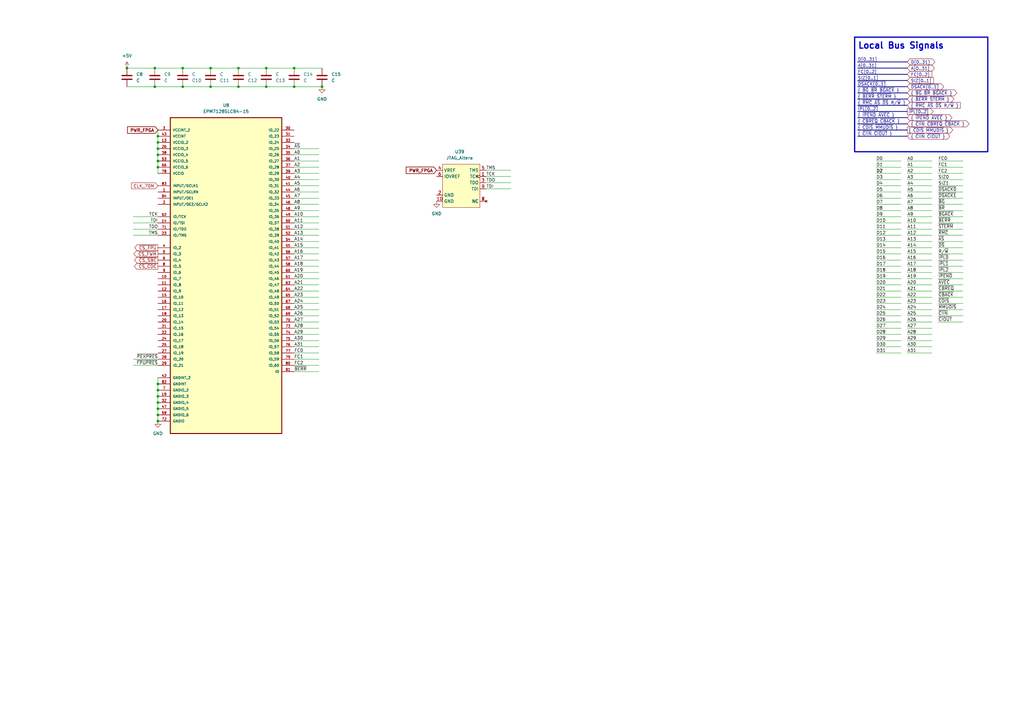
<source format=kicad_sch>
(kicad_sch (version 20230121) (generator eeschema)
  (paper "A3")
  (lib_symbols
    (symbol "Device:C" (pin_numbers hide) (pin_names (offset 0.254))
      (property "Reference" "C" (at 0.635 2.54 0))
      (property "Value" "C" (at 0.635 -2.54 0))
      (symbol "C_0_1"
        (polyline (pts (xy -2.032 -0.762) (xy 2.032 -0.762)) (stroke (width 0.508)))
        (polyline (pts (xy -2.032 0.762) (xy 2.032 0.762)) (stroke (width 0.508)))
      )
      (symbol "C_1_1"
        (pin passive line (at 0 3.81 270) (length 2.794) (name "~") (number "1"))
        (pin passive line (at 0 -3.81 90) (length 2.794) (name "~") (number "2"))
      )
    )
    (symbol "EPM7128SLC84-15:EPM7128SLC84-15" (pin_names (offset 1.016))
      (property "Reference" "U" (at -5.3672 65.0935 0))
      (property "Value" "EPM7128SLC84-15" (at -5.497 -74.6679 0))
      (symbol "EPM7128SLC84-15_0_0"
        (rectangle (start -22.86 -68.58) (end 22.86 60.96) (stroke (width 0.4064)) (fill (type background)))
        (pin input line (at -27.94 30.48 0) (length 5.08) (name "INPUT/GCLRN") (number "1"))
        (pin bidirectional line (at -27.94 -5.08 0) (length 5.08) (name "IO_7") (number "10"))
        (pin bidirectional line (at -27.94 -7.62 0) (length 5.08) (name "IO_8") (number "11"))
        (pin bidirectional line (at -27.94 -10.16 0) (length 5.08) (name "IO_9") (number "12"))
        (pin power_in line (at -27.94 50.8 0) (length 5.08) (name "VCCIO_2") (number "13"))
        (pin bidirectional line (at -27.94 17.78 0) (length 5.08) (name "IO/TDI") (number "14"))
        (pin bidirectional line (at -27.94 -12.7 0) (length 5.08) (name "IO_10") (number "15"))
        (pin bidirectional line (at -27.94 -15.24 0) (length 5.08) (name "IO_11") (number "16"))
        (pin bidirectional line (at -27.94 -17.78 0) (length 5.08) (name "IO_12") (number "17"))
        (pin bidirectional line (at -27.94 -20.32 0) (length 5.08) (name "IO_13") (number "18"))
        (pin passive line (at -27.94 -53.34 0) (length 5.08) (name "GNDIO_3") (number "19"))
        (pin input line (at -27.94 25.4 0) (length 5.08) (name "INPUT/OE2/GCLK2") (number "2"))
        (pin bidirectional line (at -27.94 -22.86 0) (length 5.08) (name "IO_14") (number "20"))
        (pin bidirectional line (at -27.94 -25.4 0) (length 5.08) (name "IO_15") (number "21"))
        (pin bidirectional line (at -27.94 -27.94 0) (length 5.08) (name "IO_16") (number "22"))
        (pin bidirectional line (at -27.94 12.7 0) (length 5.08) (name "IO/TMS") (number "23"))
        (pin bidirectional line (at -27.94 -30.48 0) (length 5.08) (name "IO_17") (number "24"))
        (pin bidirectional line (at -27.94 -33.02 0) (length 5.08) (name "IO_18") (number "25"))
        (pin power_in line (at -27.94 48.26 0) (length 5.08) (name "VCCIO_3") (number "26"))
        (pin bidirectional line (at -27.94 -35.56 0) (length 5.08) (name "IO_19") (number "27"))
        (pin bidirectional line (at -27.94 -38.1 0) (length 5.08) (name "IO_20") (number "28"))
        (pin bidirectional line (at -27.94 -40.64 0) (length 5.08) (name "IO_21") (number "29"))
        (pin power_in line (at -27.94 55.88 0) (length 5.08) (name "VCCINT_2") (number "3"))
        (pin bidirectional line (at 27.94 55.88 180) (length 5.08) (name "IO_22") (number "30"))
        (pin bidirectional line (at 27.94 53.34 180) (length 5.08) (name "IO_23") (number "31"))
        (pin passive line (at -27.94 -55.88 0) (length 5.08) (name "GNDIO_4") (number "32"))
        (pin bidirectional line (at 27.94 50.8 180) (length 5.08) (name "IO_24") (number "33"))
        (pin bidirectional line (at 27.94 48.26 180) (length 5.08) (name "IO_25") (number "34"))
        (pin bidirectional line (at 27.94 45.72 180) (length 5.08) (name "IO_26") (number "35"))
        (pin bidirectional line (at 27.94 43.18 180) (length 5.08) (name "IO_27") (number "36"))
        (pin bidirectional line (at 27.94 40.64 180) (length 5.08) (name "IO_28") (number "37"))
        (pin power_in line (at -27.94 45.72 0) (length 5.08) (name "VCCIO_4") (number "38"))
        (pin bidirectional line (at 27.94 38.1 180) (length 5.08) (name "IO_29") (number "39"))
        (pin bidirectional line (at -27.94 7.62 0) (length 5.08) (name "IO_2") (number "4"))
        (pin bidirectional line (at 27.94 35.56 180) (length 5.08) (name "IO_30") (number "40"))
        (pin bidirectional line (at 27.94 33.02 180) (length 5.08) (name "IO_31") (number "41"))
        (pin passive line (at -27.94 -45.72 0) (length 5.08) (name "GNDINT_2") (number "42"))
        (pin power_in line (at -27.94 53.34 0) (length 5.08) (name "VCCINT") (number "43"))
        (pin bidirectional line (at 27.94 30.48 180) (length 5.08) (name "IO_32") (number "44"))
        (pin bidirectional line (at 27.94 27.94 180) (length 5.08) (name "IO_33") (number "45"))
        (pin bidirectional line (at 27.94 25.4 180) (length 5.08) (name "IO_34") (number "46"))
        (pin passive line (at -27.94 -58.42 0) (length 5.08) (name "GNDIO_5") (number "47"))
        (pin bidirectional line (at 27.94 22.86 180) (length 5.08) (name "IO_35") (number "48"))
        (pin bidirectional line (at 27.94 20.32 180) (length 5.08) (name "IO_36") (number "49"))
        (pin bidirectional line (at -27.94 5.08 0) (length 5.08) (name "IO_3") (number "5"))
        (pin bidirectional line (at 27.94 17.78 180) (length 5.08) (name "IO_37") (number "50"))
        (pin bidirectional line (at 27.94 15.24 180) (length 5.08) (name "IO_38") (number "51"))
        (pin bidirectional line (at 27.94 12.7 180) (length 5.08) (name "IO_39") (number "52"))
        (pin power_in line (at -27.94 43.18 0) (length 5.08) (name "VCCIO_5") (number "53"))
        (pin bidirectional line (at 27.94 10.16 180) (length 5.08) (name "IO_40") (number "54"))
        (pin bidirectional line (at 27.94 7.62 180) (length 5.08) (name "IO_41") (number "55"))
        (pin bidirectional line (at 27.94 5.08 180) (length 5.08) (name "IO_42") (number "56"))
        (pin bidirectional line (at 27.94 2.54 180) (length 5.08) (name "IO_43") (number "57"))
        (pin bidirectional line (at 27.94 0 180) (length 5.08) (name "IO_44") (number "58"))
        (pin passive line (at -27.94 -60.96 0) (length 5.08) (name "GNDIO_6") (number "59"))
        (pin bidirectional line (at -27.94 2.54 0) (length 5.08) (name "IO_4") (number "6"))
        (pin bidirectional line (at 27.94 -2.54 180) (length 5.08) (name "IO_45") (number "60"))
        (pin bidirectional line (at 27.94 -5.08 180) (length 5.08) (name "IO_46") (number "61"))
        (pin bidirectional line (at -27.94 20.32 0) (length 5.08) (name "IO/TCK") (number "62"))
        (pin bidirectional line (at 27.94 -7.62 180) (length 5.08) (name "IO_47") (number "63"))
        (pin bidirectional line (at 27.94 -10.16 180) (length 5.08) (name "IO_48") (number "64"))
        (pin bidirectional line (at 27.94 -12.7 180) (length 5.08) (name "IO_49") (number "65"))
        (pin power_in line (at -27.94 40.64 0) (length 5.08) (name "VCCIO_6") (number "66"))
        (pin bidirectional line (at 27.94 -15.24 180) (length 5.08) (name "IO_50") (number "67"))
        (pin bidirectional line (at 27.94 -17.78 180) (length 5.08) (name "IO_51") (number "68"))
        (pin bidirectional line (at 27.94 -20.32 180) (length 5.08) (name "IO_52") (number "69"))
        (pin passive line (at -27.94 -50.8 0) (length 5.08) (name "GNDIO_2") (number "7"))
        (pin bidirectional line (at 27.94 -22.86 180) (length 5.08) (name "IO_53") (number "70"))
        (pin bidirectional line (at -27.94 15.24 0) (length 5.08) (name "IO/TDO") (number "71"))
        (pin passive line (at -27.94 -63.5 0) (length 5.08) (name "GNDIO") (number "72"))
        (pin bidirectional line (at 27.94 -25.4 180) (length 5.08) (name "IO_54") (number "73"))
        (pin bidirectional line (at 27.94 -27.94 180) (length 5.08) (name "IO_55") (number "74"))
        (pin bidirectional line (at 27.94 -30.48 180) (length 5.08) (name "IO_56") (number "75"))
        (pin bidirectional line (at 27.94 -33.02 180) (length 5.08) (name "IO_57") (number "76"))
        (pin bidirectional line (at 27.94 -35.56 180) (length 5.08) (name "IO_58") (number "77"))
        (pin power_in line (at -27.94 38.1 0) (length 5.08) (name "VCCIO") (number "78"))
        (pin bidirectional line (at 27.94 -38.1 180) (length 5.08) (name "IO_59") (number "79"))
        (pin bidirectional line (at -27.94 0 0) (length 5.08) (name "IO_5") (number "8"))
        (pin bidirectional line (at 27.94 -40.64 180) (length 5.08) (name "IO_60") (number "80"))
        (pin bidirectional line (at 27.94 -43.18 180) (length 5.08) (name "IO") (number "81"))
        (pin passive line (at -27.94 -48.26 0) (length 5.08) (name "GNDINT") (number "82"))
        (pin input line (at -27.94 33.02 0) (length 5.08) (name "INPUT/GCLK1") (number "83"))
        (pin input line (at -27.94 27.94 0) (length 5.08) (name "INPUT/OE1") (number "84"))
        (pin bidirectional line (at -27.94 -2.54 0) (length 5.08) (name "IO_6") (number "9"))
      )
    )
    (symbol "m68k-hbc-conn:JTAG_Altera"
      (property "Reference" "J" (at 0 1.27 0))
      (property "Value" "JTAG_Altera" (at 0 -1.27 0))
      (symbol "JTAG_Altera_0_0"
        (text "" (at -8.8822 -6.3629 0) (effects (font (size 1.27 1.27))))
      )
      (symbol "JTAG_Altera_1_1"
        (rectangle (start -7.62 8.89) (end 7.62 -8.89) (fill (type background)))
        (pin output clock (at 10.16 3.81 180) (length 2.54) (name "TCK") (number "1"))
        (pin power_in line (at -10.16 -6.35 0) (length 2.54) (name "GND") (number "10"))
        (pin power_in line (at -10.16 -3.81 0) (length 2.54) (name "GND") (number "2"))
        (pin input line (at 10.16 1.27 180) (length 2.54) (name "TDO") (number "3"))
        (pin power_in line (at -10.16 6.35 0) (length 2.54) (name "VREF") (number "4"))
        (pin output line (at 10.16 6.35 180) (length 2.54) (name "TMS") (number "5"))
        (pin power_in line (at -10.16 3.81 0) (length 2.54) (name "IOVREF") (number "6"))
        (pin no_connect line (at 10.16 -6.35 180) (length 2.54) (name "NC") (number "7"))
        (pin no_connect line (at 10.16 -6.35 180) (length 2.54) (name "NC") (number "8"))
        (pin output line (at 10.16 -1.27 180) (length 2.54) (name "TDI") (number "9"))
      )
    )
    (symbol "power:+5V" (power) (pin_names (offset 0))
      (property "Value" "+5V" (at 0 3.556 0))
      (symbol "+5V_0_1"
        (polyline (pts (xy -0.762 1.27) (xy 0 2.54)))
        (polyline (pts (xy 0 0) (xy 0 2.54)))
        (polyline (pts (xy 0 2.54) (xy 0.762 1.27)))
      )
      (symbol "+5V_1_1"
        (pin power_in line (at 0 0 90) (length 0) hide (name "+5V") (number "1"))
      )
    )
    (symbol "power:GND" (power) (pin_names (offset 0))
      (property "Value" "GND" (at 0 -3.81 0))
      (symbol "GND_0_1"
        (polyline (pts (xy 0 0) (xy 0 -1.27) (xy 1.27 -1.27) (xy 0 -2.54) (xy -1.27 -1.27) (xy 0 -1.27)))
      )
      (symbol "GND_1_1"
        (pin power_in line (at 0 0 270) (length 0) hide (name "GND") (number "1"))
      )
    )
  )
  (junction (at 109.22 35.56))
  (junction (at 86.36 35.56))
  (junction (at 64.77 63.5))
  (junction (at 64.77 162.56))
  (junction (at 64.77 167.64))
  (junction (at 86.36 27.94))
  (junction (at 64.77 58.42))
  (junction (at 64.77 66.04))
  (junction (at 64.77 170.18))
  (junction (at 97.79 27.94))
  (junction (at 97.79 35.56))
  (junction (at 109.22 27.94))
  (junction (at 120.65 27.94))
  (junction (at 74.93 27.94))
  (junction (at 132.08 35.56))
  (junction (at 64.77 55.88))
  (junction (at 52.07 27.94))
  (junction (at 64.77 172.72))
  (junction (at 120.65 35.56))
  (junction (at 63.5 27.94))
  (junction (at 64.77 60.96))
  (junction (at 64.77 68.58))
  (junction (at 64.77 160.02))
  (junction (at 63.5 35.56))
  (junction (at 64.77 157.48))
  (junction (at 64.77 165.1))
  (junction (at 74.93 35.56))
  (wire (pts (xy 54.61 149.86) (xy 64.77 149.86)))
  (wire (pts (xy 394.97 81.28) (xy 384.81 81.28)))
  (wire (pts (xy 130.81 144.78) (xy 120.65 144.78)))
  (bus (pts (xy 351.79 35.56) (xy 372.11 35.56)))
  (wire (pts (xy 394.97 106.68) (xy 384.81 106.68)))
  (wire (pts (xy 369.57 129.54) (xy 359.41 129.54)))
  (wire (pts (xy 382.27 144.78) (xy 372.11 144.78)))
  (wire (pts (xy 369.57 111.76) (xy 359.41 111.76)))
  (wire (pts (xy 130.81 111.76) (xy 120.65 111.76)))
  (wire (pts (xy 369.57 81.28) (xy 359.41 81.28)))
  (bus (pts (xy 351.79 43.18) (xy 372.11 43.18)))
  (wire (pts (xy 369.57 114.3) (xy 359.41 114.3)))
  (wire (pts (xy 382.27 99.06) (xy 372.11 99.06)))
  (wire (pts (xy 382.27 83.82) (xy 372.11 83.82)))
  (wire (pts (xy 382.27 121.92) (xy 372.11 121.92)))
  (wire (pts (xy 130.81 101.6) (xy 120.65 101.6)))
  (wire (pts (xy 64.77 60.96) (xy 64.77 63.5)))
  (wire (pts (xy 130.81 60.96) (xy 120.65 60.96)))
  (wire (pts (xy 130.81 93.98) (xy 120.65 93.98)))
  (wire (pts (xy 369.57 73.66) (xy 359.41 73.66)))
  (wire (pts (xy 369.57 93.98) (xy 359.41 93.98)))
  (wire (pts (xy 382.27 142.24) (xy 372.11 142.24)))
  (wire (pts (xy 369.57 132.08) (xy 359.41 132.08)))
  (wire (pts (xy 382.27 116.84) (xy 372.11 116.84)))
  (wire (pts (xy 86.36 35.56) (xy 74.93 35.56)))
  (wire (pts (xy 382.27 78.74) (xy 372.11 78.74)))
  (wire (pts (xy 369.57 101.6) (xy 359.41 101.6)))
  (wire (pts (xy 369.57 121.92) (xy 359.41 121.92)))
  (wire (pts (xy 130.81 132.08) (xy 120.65 132.08)))
  (wire (pts (xy 130.81 78.74) (xy 120.65 78.74)))
  (wire (pts (xy 369.57 78.74) (xy 359.41 78.74)))
  (wire (pts (xy 394.97 111.76) (xy 384.81 111.76)))
  (wire (pts (xy 130.81 86.36) (xy 120.65 86.36)))
  (wire (pts (xy 130.81 127) (xy 120.65 127)))
  (wire (pts (xy 64.77 157.48) (xy 64.77 160.02)))
  (wire (pts (xy 382.27 129.54) (xy 372.11 129.54)))
  (wire (pts (xy 394.97 127) (xy 384.81 127)))
  (wire (pts (xy 394.97 71.12) (xy 384.81 71.12)))
  (wire (pts (xy 130.81 96.52) (xy 120.65 96.52)))
  (wire (pts (xy 109.22 27.94) (xy 120.65 27.94)))
  (wire (pts (xy 394.97 101.6) (xy 384.81 101.6)))
  (wire (pts (xy 394.97 109.22) (xy 384.81 109.22)))
  (wire (pts (xy 382.27 86.36) (xy 372.11 86.36)))
  (wire (pts (xy 369.57 88.9) (xy 359.41 88.9)))
  (bus (pts (xy 351.79 48.26) (xy 372.11 48.26)))
  (wire (pts (xy 54.61 93.98) (xy 64.77 93.98)))
  (wire (pts (xy 382.27 91.44) (xy 372.11 91.44)))
  (wire (pts (xy 394.97 124.46) (xy 384.81 124.46)))
  (wire (pts (xy 382.27 66.04) (xy 372.11 66.04)))
  (wire (pts (xy 130.81 119.38) (xy 120.65 119.38)))
  (wire (pts (xy 130.81 142.24) (xy 120.65 142.24)))
  (wire (pts (xy 130.81 91.44) (xy 120.65 91.44)))
  (wire (pts (xy 369.57 66.04) (xy 359.41 66.04)))
  (wire (pts (xy 394.97 119.38) (xy 384.81 119.38)))
  (wire (pts (xy 130.81 106.68) (xy 120.65 106.68)))
  (wire (pts (xy 382.27 73.66) (xy 372.11 73.66)))
  (wire (pts (xy 64.77 160.02) (xy 64.77 162.56)))
  (bus (pts (xy 351.79 27.94) (xy 372.11 27.94)))
  (wire (pts (xy 369.57 134.62) (xy 359.41 134.62)))
  (wire (pts (xy 382.27 127) (xy 372.11 127)))
  (bus (pts (xy 351.79 38.1) (xy 372.11 38.1)))
  (wire (pts (xy 369.57 109.22) (xy 359.41 109.22)))
  (wire (pts (xy 382.27 93.98) (xy 372.11 93.98)))
  (wire (pts (xy 369.57 68.58) (xy 359.41 68.58)))
  (wire (pts (xy 369.57 86.36) (xy 359.41 86.36)))
  (wire (pts (xy 130.81 139.7) (xy 120.65 139.7)))
  (wire (pts (xy 64.77 162.56) (xy 64.77 165.1)))
  (bus (pts (xy 351.79 33.02) (xy 372.11 33.02)))
  (wire (pts (xy 394.97 88.9) (xy 384.81 88.9)))
  (wire (pts (xy 382.27 71.12) (xy 372.11 71.12)))
  (wire (pts (xy 394.97 99.06) (xy 384.81 99.06)))
  (wire (pts (xy 369.57 142.24) (xy 359.41 142.24)))
  (wire (pts (xy 382.27 88.9) (xy 372.11 88.9)))
  (wire (pts (xy 394.97 76.2) (xy 384.81 76.2)))
  (wire (pts (xy 394.97 104.14) (xy 384.81 104.14)))
  (wire (pts (xy 130.81 88.9) (xy 120.65 88.9)))
  (wire (pts (xy 369.57 71.12) (xy 359.41 71.12)))
  (wire (pts (xy 130.81 149.86) (xy 120.65 149.86)))
  (wire (pts (xy 52.07 27.94) (xy 63.5 27.94)))
  (wire (pts (xy 394.97 91.44) (xy 384.81 91.44)))
  (wire (pts (xy 130.81 134.62) (xy 120.65 134.62)))
  (wire (pts (xy 382.27 124.46) (xy 372.11 124.46)))
  (wire (pts (xy 132.08 35.56) (xy 120.65 35.56)))
  (wire (pts (xy 382.27 134.62) (xy 372.11 134.62)))
  (wire (pts (xy 130.81 66.04) (xy 120.65 66.04)))
  (wire (pts (xy 109.22 35.56) (xy 97.79 35.56)))
  (wire (pts (xy 382.27 109.22) (xy 372.11 109.22)))
  (wire (pts (xy 130.81 99.06) (xy 120.65 99.06)))
  (wire (pts (xy 130.81 137.16) (xy 120.65 137.16)))
  (wire (pts (xy 130.81 147.32) (xy 120.65 147.32)))
  (bus (pts (xy 351.79 55.88) (xy 372.11 55.88)))
  (wire (pts (xy 63.5 35.56) (xy 52.07 35.56)))
  (wire (pts (xy 369.57 144.78) (xy 359.41 144.78)))
  (wire (pts (xy 369.57 116.84) (xy 359.41 116.84)))
  (wire (pts (xy 394.97 132.08) (xy 384.81 132.08)))
  (wire (pts (xy 369.57 91.44) (xy 359.41 91.44)))
  (wire (pts (xy 382.27 81.28) (xy 372.11 81.28)))
  (bus (pts (xy 351.79 30.48) (xy 372.11 30.48)))
  (wire (pts (xy 130.81 68.58) (xy 120.65 68.58)))
  (wire (pts (xy 209.55 77.47) (xy 199.39 77.47)))
  (wire (pts (xy 382.27 132.08) (xy 372.11 132.08)))
  (wire (pts (xy 369.57 76.2) (xy 359.41 76.2)))
  (wire (pts (xy 130.81 114.3) (xy 120.65 114.3)))
  (wire (pts (xy 382.27 137.16) (xy 372.11 137.16)))
  (wire (pts (xy 382.27 119.38) (xy 372.11 119.38)))
  (wire (pts (xy 130.81 124.46) (xy 120.65 124.46)))
  (wire (pts (xy 382.27 101.6) (xy 372.11 101.6)))
  (wire (pts (xy 394.97 121.92) (xy 384.81 121.92)))
  (wire (pts (xy 64.77 55.88) (xy 64.77 58.42)))
  (wire (pts (xy 64.77 58.42) (xy 64.77 60.96)))
  (wire (pts (xy 369.57 99.06) (xy 359.41 99.06)))
  (wire (pts (xy 382.27 139.7) (xy 372.11 139.7)))
  (wire (pts (xy 64.77 154.94) (xy 64.77 157.48)))
  (wire (pts (xy 382.27 114.3) (xy 372.11 114.3)))
  (wire (pts (xy 130.81 104.14) (xy 120.65 104.14)))
  (wire (pts (xy 369.57 96.52) (xy 359.41 96.52)))
  (bus (pts (xy 351.79 40.64) (xy 372.11 40.64)))
  (bus (pts (xy 351.79 50.8) (xy 372.11 50.8)))
  (wire (pts (xy 64.77 53.34) (xy 64.77 55.88)))
  (wire (pts (xy 120.65 35.56) (xy 109.22 35.56)))
  (wire (pts (xy 369.57 119.38) (xy 359.41 119.38)))
  (wire (pts (xy 209.55 72.39) (xy 199.39 72.39)))
  (wire (pts (xy 369.57 83.82) (xy 359.41 83.82)))
  (bus (pts (xy 351.79 25.4) (xy 372.11 25.4)))
  (wire (pts (xy 382.27 68.58) (xy 372.11 68.58)))
  (wire (pts (xy 64.77 63.5) (xy 64.77 66.04)))
  (wire (pts (xy 369.57 124.46) (xy 359.41 124.46)))
  (wire (pts (xy 130.81 63.5) (xy 120.65 63.5)))
  (wire (pts (xy 86.36 27.94) (xy 97.79 27.94)))
  (wire (pts (xy 394.97 129.54) (xy 384.81 129.54)))
  (wire (pts (xy 369.57 106.68) (xy 359.41 106.68)))
  (wire (pts (xy 382.27 96.52) (xy 372.11 96.52)))
  (wire (pts (xy 382.27 104.14) (xy 372.11 104.14)))
  (wire (pts (xy 97.79 27.94) (xy 109.22 27.94)))
  (wire (pts (xy 209.55 69.85) (xy 199.39 69.85)))
  (wire (pts (xy 394.97 93.98) (xy 384.81 93.98)))
  (wire (pts (xy 120.65 27.94) (xy 132.08 27.94)))
  (wire (pts (xy 209.55 74.93) (xy 199.39 74.93)))
  (wire (pts (xy 64.77 165.1) (xy 64.77 167.64)))
  (wire (pts (xy 74.93 27.94) (xy 86.36 27.94)))
  (wire (pts (xy 54.61 96.52) (xy 64.77 96.52)))
  (wire (pts (xy 130.81 129.54) (xy 120.65 129.54)))
  (wire (pts (xy 54.61 91.44) (xy 64.77 91.44)))
  (wire (pts (xy 394.97 78.74) (xy 384.81 78.74)))
  (wire (pts (xy 394.97 96.52) (xy 384.81 96.52)))
  (wire (pts (xy 54.61 88.9) (xy 64.77 88.9)))
  (wire (pts (xy 130.81 76.2) (xy 120.65 76.2)))
  (wire (pts (xy 130.81 83.82) (xy 120.65 83.82)))
  (wire (pts (xy 394.97 66.04) (xy 384.81 66.04)))
  (wire (pts (xy 63.5 27.94) (xy 74.93 27.94)))
  (wire (pts (xy 394.97 86.36) (xy 384.81 86.36)))
  (wire (pts (xy 382.27 106.68) (xy 372.11 106.68)))
  (wire (pts (xy 64.77 68.58) (xy 64.77 71.12)))
  (wire (pts (xy 394.97 116.84) (xy 384.81 116.84)))
  (wire (pts (xy 394.97 73.66) (xy 384.81 73.66)))
  (wire (pts (xy 130.81 109.22) (xy 120.65 109.22)))
  (wire (pts (xy 64.77 167.64) (xy 64.77 170.18)))
  (wire (pts (xy 54.61 147.32) (xy 64.77 147.32)))
  (wire (pts (xy 394.97 114.3) (xy 384.81 114.3)))
  (wire (pts (xy 97.79 35.56) (xy 86.36 35.56)))
  (wire (pts (xy 394.97 83.82) (xy 384.81 83.82)))
  (wire (pts (xy 369.57 104.14) (xy 359.41 104.14)))
  (wire (pts (xy 394.97 68.58) (xy 384.81 68.58)))
  (wire (pts (xy 130.81 73.66) (xy 120.65 73.66)))
  (wire (pts (xy 130.81 121.92) (xy 120.65 121.92)))
  (bus (pts (xy 351.79 53.34) (xy 372.11 53.34)))
  (wire (pts (xy 130.81 71.12) (xy 120.65 71.12)))
  (wire (pts (xy 64.77 66.04) (xy 64.77 68.58)))
  (wire (pts (xy 369.57 139.7) (xy 359.41 139.7)))
  (wire (pts (xy 64.77 170.18) (xy 64.77 172.72)))
  (bus (pts (xy 351.79 45.72) (xy 372.11 45.72)))
  (wire (pts (xy 130.81 152.4) (xy 120.65 152.4)))
  (wire (pts (xy 369.57 137.16) (xy 359.41 137.16)))
  (wire (pts (xy 382.27 76.2) (xy 372.11 76.2)))
  (wire (pts (xy 130.81 81.28) (xy 120.65 81.28)))
  (wire (pts (xy 74.93 35.56) (xy 63.5 35.56)))
  (wire (pts (xy 369.57 127) (xy 359.41 127)))
  (wire (pts (xy 130.81 116.84) (xy 120.65 116.84)))
  (wire (pts (xy 382.27 111.76) (xy 372.11 111.76)))
  (rectangle (start 350.52 15.24) (end 405.13 62.23) (stroke (width 0.508)))
  (text "Local Bus Signals" (at 351.79 20.32 0) (effects (font (size 2.54 2.54) (thickness 0.508) bold) (justify left bottom)))
  (label "D17" (at 359.41 109.22 0))
  (label "~{RMC}" (at 384.81 96.52 0))
  (label "D14" (at 359.41 101.6 0))
  (label "D[0..31]" (at 351.79 25.4 0))
  (label "A23" (at 372.11 124.46 0))
  (label "A13" (at 372.11 99.06 0))
  (label "~{MMUDIS}" (at 384.81 127 0))
  (label "A26" (at 372.11 132.08 0))
  (label "D26" (at 359.41 132.08 0))
  (label "{ ~{CBREQ} ~{CBACK} }" (at 351.79 50.8 0))
  (label "~{CIOUT}" (at 384.81 132.08 0))
  (label "A28" (at 372.11 137.16 0))
  (label "D29" (at 359.41 139.7 0))
  (label "A19" (at 120.65 111.76 0))
  (label "TDO" (at 199.39 74.93 0))
  (label "TDI" (at 199.39 77.47 0))
  (label "A23" (at 120.65 121.92 0))
  (label "A20" (at 120.65 114.3 0))
  (label "A28" (at 120.65 134.62 0))
  (label "A4" (at 120.65 73.66 0))
  (label "A13" (at 120.65 96.52 0))
  (label "A30" (at 372.11 142.24 0))
  (label "~{IPL1}" (at 384.81 109.22 0))
  (label "D5" (at 359.41 78.74 0))
  (label "~{BERR}" (at 384.81 91.44 0))
  (label "A16" (at 120.65 104.14 0))
  (label "D1" (at 359.41 68.58 0))
  (label "~{CIIN}" (at 384.81 129.54 0))
  (label "A11" (at 372.11 93.98 0))
  (label "A18" (at 372.11 111.76 0))
  (label "A0" (at 120.65 63.5 0))
  (label "A31" (at 120.65 142.24 0))
  (label "A30" (at 120.65 139.7 0))
  (label "~{BG}" (at 384.81 83.82 0))
  (label "A24" (at 120.65 124.46 0))
  (label "A25" (at 372.11 129.54 0))
  (label "A17" (at 372.11 109.22 0))
  (label "SIZ0" (at 384.81 73.66 0))
  (label "D7" (at 359.41 83.82 0))
  (label "~{PEXPRES}" (at 64.77 147.32 180))
  (label "D11" (at 359.41 93.98 0))
  (label "A2" (at 372.11 71.12 0))
  (label "D0" (at 359.41 66.04 0))
  (label "TCK" (at 199.39 72.39 0))
  (label "D28" (at 359.41 137.16 0))
  (label "~{AVEC}" (at 384.81 116.84 0))
  (label "{ ~{BG} ~{BR} ~{BGACK} }" (at 351.79 38.1 0))
  (label "A10" (at 372.11 91.44 0))
  (label "D10" (at 359.41 91.44 0))
  (label "~{CBACK}" (at 384.81 121.92 0))
  (label "A18" (at 120.65 109.22 0))
  (label "A22" (at 372.11 121.92 0))
  (label "A4" (at 372.11 76.2 0))
  (label "A17" (at 120.65 106.68 0))
  (label "A14" (at 120.65 99.06 0))
  (label "D23" (at 359.41 124.46 0))
  (label "~{DSACK[0..1]}" (at 351.79 35.56 0))
  (label "D13" (at 359.41 99.06 0))
  (label "D21" (at 359.41 119.38 0))
  (label "D20" (at 359.41 116.84 0))
  (label "A5" (at 120.65 76.2 0))
  (label "A21" (at 372.11 119.38 0))
  (label "D22" (at 359.41 121.92 0))
  (label "A20" (at 372.11 116.84 0))
  (label "A27" (at 120.65 132.08 0))
  (label "FC0" (at 384.81 66.04 0))
  (label "A6" (at 120.65 78.74 0))
  (label "A29" (at 372.11 139.7 0))
  (label "A9" (at 372.11 88.9 0))
  (label "~{FPUPRES}" (at 64.77 149.86 180))
  (label "A7" (at 120.65 81.28 0))
  (label "TDO" (at 64.77 93.98 180))
  (label "A11" (at 120.65 91.44 0))
  (label "D6" (at 359.41 81.28 0))
  (label "A3" (at 372.11 73.66 0))
  (label "A27" (at 372.11 134.62 0))
  (label "A8" (at 372.11 86.36 0))
  (label "A8" (at 120.65 83.82 0))
  (label "{ ~{IPEND} ~{AVEC} }" (at 351.79 48.26 0))
  (label "A14" (at 372.11 101.6 0))
  (label "D15" (at 359.41 104.14 0))
  (label "A10" (at 120.65 88.9 0))
  (label "D2" (at 359.41 71.12 0))
  (label "A16" (at 372.11 106.68 0))
  (label "~{IPL[0..2]}" (at 351.79 45.72 0))
  (label "TMS" (at 64.77 96.52 180))
  (label "D19" (at 359.41 114.3 0))
  (label "D30" (at 359.41 142.24 0))
  (label "FC2" (at 384.81 71.12 0))
  (label "FC2" (at 120.65 149.86 0))
  (label "A7" (at 372.11 83.82 0))
  (label "D24" (at 359.41 127 0))
  (label "~{CBREQ}" (at 384.81 119.38 0))
  (label "~{DSACK0}" (at 384.81 78.74 0))
  (label "D27" (at 359.41 134.62 0))
  (label "~{IPL0}" (at 384.81 106.68 0))
  (label "FC1" (at 384.81 68.58 0))
  (label "SIZ[0..1]" (at 351.79 33.02 0))
  (label "A26" (at 120.65 129.54 0))
  (label "A31" (at 372.11 144.78 0))
  (label "TMS" (at 199.39 69.85 0))
  (label "~{BR}" (at 384.81 86.36 0))
  (label "A15" (at 120.65 101.6 0))
  (label "FC1" (at 120.65 147.32 0))
  (label "~{STERM}" (at 384.81 93.98 0))
  (label "SIZ1" (at 384.81 76.2 0))
  (label "D16" (at 359.41 106.68 0))
  (label "A29" (at 120.65 137.16 0))
  (label "D25" (at 359.41 129.54 0))
  (label "TCK" (at 64.77 88.9 180))
  (label "~{IPEND}" (at 384.81 114.3 0))
  (label "~{BGACK}" (at 384.81 88.9 0))
  (label "FC0" (at 120.65 144.78 0))
  (label "{ ~{RMC} ~{AS} ~{DS} R{slash}~{W} }" (at 351.79 43.18 0))
  (label "A24" (at 372.11 127 0))
  (label "{ ~{CIIN} ~{CIOUT} }" (at 351.79 55.88 0))
  (label "A15" (at 372.11 104.14 0))
  (label "D18" (at 359.41 111.76 0))
  (label "A12" (at 372.11 96.52 0))
  (label "{ ~{BERR} ~{STERM} }" (at 351.79 40.64 0))
  (label "~{DSACK1}" (at 384.81 81.28 0))
  (label "~{AS}" (at 120.65 60.96 0))
  (label "TDI" (at 64.77 91.44 180))
  (label "A2" (at 120.65 68.58 0))
  (label "A3" (at 120.65 71.12 0))
  (label "A22" (at 120.65 119.38 0))
  (label "~{AS}" (at 384.81 99.06 0))
  (label "D31" (at 359.41 144.78 0))
  (label "~{CDIS}" (at 384.81 124.46 0))
  (label "D12" (at 359.41 96.52 0))
  (label "A[0..31]" (at 351.79 27.94 0))
  (label "D2" (at 359.41 71.12 0))
  (label "D9" (at 359.41 88.9 0))
  (label "A0" (at 372.11 66.04 0))
  (label "A25" (at 120.65 127 0))
  (label "{ ~{CDIS} ~{MMUDIS} }" (at 351.79 53.34 0))
  (label "R{slash}~{W}" (at 384.81 104.14 0))
  (label "~{BERR}" (at 120.65 152.4 0))
  (label "A12" (at 120.65 93.98 0))
  (label "A21" (at 120.65 116.84 0))
  (label "A19" (at 372.11 114.3 0))
  (label "D8" (at 359.41 86.36 0))
  (label "A9" (at 120.65 86.36 0))
  (label "D4" (at 359.41 76.2 0))
  (label "~{IPL2}" (at 384.81 111.76 0))
  (label "D3" (at 359.41 73.66 0))
  (label "FC[0..2]" (at 351.79 30.48 0))
  (label "A1" (at 372.11 68.58 0))
  (label "~{DS}" (at 384.81 101.6 0))
  (label "A1" (at 120.65 66.04 0))
  (label "A6" (at 372.11 81.28 0))
  (label "A5" (at 372.11 78.74 0))
  (global_label "~{IPL[0..2]}" (shape output) (at 372.11 45.72 0) (property "Intersheetrefs" "${INTERSHEET_REFS}" (effects hide)))
  (global_label "~{CS_FPU}" (shape output) (at 64.77 101.6 180) (property "Intersheetrefs" "${INTERSHEET_REFS}" (effects hide)))
  (global_label "FC[0..2]" (shape input) (at 372.11 30.48 0) (property "Intersheetrefs" "${INTERSHEET_REFS}" (effects hide)))
  (global_label "{ ~{RMC} ~{AS} ~{DS} R{slash}~{W} }" (shape input) (at 372.11 43.18 0) (property "Intersheetrefs" "${INTERSHEET_REFS}" (effects hide)))
  (global_label "{ ~{IPEND} ~{AVEC} }" (shape bidirectional) (at 372.11 48.26 0) (property "Intersheetrefs" "${INTERSHEET_REFS}" (effects hide)))
  (global_label "{ ~{CIIN} ~{CBREQ} ~{CBACK} }" (shape bidirectional) (at 372.11 50.8 0) (property "Intersheetrefs" "${INTERSHEET_REFS}" (effects hide)))
  (global_label "PWR_FPGA" (shape input) (at 179.07 69.85 180) (effects (font (thickness 0.254) bold)) (property "Intersheetrefs" "${INTERSHEET_REFS}" (effects hide)))
  (global_label "{ ~{CDIS} ~{MMUDIS} }" (shape output) (at 372.11 53.34 0) (property "Intersheetrefs" "${INTERSHEET_REFS}" (effects hide)))
  (global_label "~{CS_FWM}" (shape output) (at 64.77 104.14 180) (property "Intersheetrefs" "${INTERSHEET_REFS}" (effects hide)))
  (global_label "~{CS_SBC}" (shape output) (at 64.77 106.68 180) (property "Intersheetrefs" "${INTERSHEET_REFS}" (effects hide)))
  (global_label "~{DSACK[0..1]}" (shape bidirectional) (at 372.11 35.56 0) (property "Intersheetrefs" "${INTERSHEET_REFS}" (effects hide)))
  (global_label "CLK_70M" (shape input) (at 64.77 76.2 180) (property "Intersheetrefs" "${INTERSHEET_REFS}" (effects hide)))
  (global_label "D[0..31]" (shape bidirectional) (at 372.11 25.4 0) (property "Intersheetrefs" "${INTERSHEET_REFS}" (effects hide)))
  (global_label "SIZ[0..1]" (shape input) (at 372.11 33.02 0) (property "Intersheetrefs" "${INTERSHEET_REFS}" (effects hide)))
  (global_label "A[0..31]" (shape bidirectional) (at 372.11 27.94 0) (property "Intersheetrefs" "${INTERSHEET_REFS}" (effects hide)))
  (global_label "~{CS_CDC}" (shape output) (at 64.77 109.22 180) (property "Intersheetrefs" "${INTERSHEET_REFS}" (effects hide)))
  (global_label "PWR_FPGA" (shape input) (at 64.77 53.34 180) (effects (font (thickness 0.254) bold)) (property "Intersheetrefs" "${INTERSHEET_REFS}" (effects hide)))
  (global_label "{ ~{BG} ~{BR} ~{BGACK} }" (shape bidirectional) (at 372.11 38.1 0) (property "Intersheetrefs" "${INTERSHEET_REFS}" (effects hide)))
  (global_label "{ ~{CIIN} ~{CIOUT} }" (shape bidirectional) (at 372.11 55.88 0) (property "Intersheetrefs" "${INTERSHEET_REFS}" (effects hide)))
  (global_label "{ ~{BERR} ~{STERM} }" (shape bidirectional) (at 372.11 40.64 0) (property "Intersheetrefs" "${INTERSHEET_REFS}" (effects hide)))
  (symbol (lib_id "power:GND") (at 64.77 172.72 0) (unit 1)
    (property "Reference" "#PWR046" (effects hide))
    (property "Value" "GND" (at 64.77 177.8 0))
    (instances (project "m68k-hbc" (path "" (reference "#PWR046") (unit 1)) (path "" (reference "#PWR0180") (unit 1))))
  )
  (symbol (lib_id "m68k-hbc-conn:JTAG_Altera") (at 189.23 76.2 0) (unit 1)
    (property "Reference" "U39" (at 188.4996 62.23 0))
    (property "Value" "JTAG_Altera" (at 188.4996 64.77 0))
    (property "Footprint" "Connector_IDC:IDC-Header_2x05_P2.54mm_Vertical" (effects hide))
    (instances (project "m68k-hbc" (path "" (reference "U39") (unit 1)) (path "" (reference "J17") (unit 1))))
  )
  (symbol (lib_id "Device:C") (at 97.79 31.75 0) (mirror x) (unit 1)
    (property "Reference" "C12" (at 101.6 33.02 0) (effects (justify left)))
    (property "Value" "C" (at 101.6 30.48 0) (effects (justify left)))
    (property "Footprint" "Capacitor_SMD:C_0603_1608Metric_Pad1.08x0.95mm_HandSolder" (effects hide))
    (instances (project "m68k-hbc" (path "" (reference "C12") (unit 1)) (path "" (reference "C87") (unit 1))))
  )
  (symbol (lib_id "Device:C") (at 74.93 31.75 0) (mirror x) (unit 1)
    (property "Reference" "C10" (at 78.74 33.02 0) (effects (justify left)))
    (property "Value" "C" (at 78.74 30.48 0) (effects (justify left)))
    (property "Footprint" "Capacitor_SMD:C_0603_1608Metric_Pad1.08x0.95mm_HandSolder" (effects hide))
    (instances (project "m68k-hbc" (path "" (reference "C10") (unit 1)) (path "" (reference "C85") (unit 1))))
  )
  (symbol (lib_id "Device:C") (at 63.5 31.75 0) (unit 1)
    (property "Reference" "C9" (at 67.31 30.48 0) (effects (justify left)))
    (property "Value" "C" (at 67.31 33.02 0) (effects (justify left)))
    (property "Footprint" "Capacitor_SMD:C_0603_1608Metric_Pad1.08x0.95mm_HandSolder" (effects hide))
    (instances (project "m68k-hbc" (path "" (reference "C9") (unit 1)) (path "" (reference "C84") (unit 1))))
  )
  (symbol (lib_id "power:GND") (at 132.08 35.56 0) (unit 1)
    (property "Reference" "#PWR021" (effects hide))
    (property "Value" "GND" (at 132.08 40.64 0))
    (instances (project "m68k-hbc" (path "" (reference "#PWR021") (unit 1)) (path "" (reference "#PWR0178") (unit 1))))
  )
  (symbol (lib_id "Device:C") (at 109.22 31.75 0) (mirror x) (unit 1)
    (property "Reference" "C13" (at 113.03 33.02 0) (effects (justify left)))
    (property "Value" "C" (at 113.03 30.48 0) (effects (justify left)))
    (property "Footprint" "Capacitor_SMD:C_0603_1608Metric_Pad1.08x0.95mm_HandSolder" (effects hide))
    (instances (project "m68k-hbc" (path "" (reference "C13") (unit 1)) (path "" (reference "C88") (unit 1))))
  )
  (symbol (lib_id "Device:C") (at 86.36 31.75 0) (mirror x) (unit 1)
    (property "Reference" "C11" (at 90.17 33.02 0) (effects (justify left)))
    (property "Value" "C" (at 90.17 30.48 0) (effects (justify left)))
    (property "Footprint" "Capacitor_SMD:C_0603_1608Metric_Pad1.08x0.95mm_HandSolder" (effects hide))
    (instances (project "m68k-hbc" (path "" (reference "C11") (unit 1)) (path "" (reference "C86") (unit 1))))
  )
  (symbol (lib_id "power:+5V") (at 52.07 27.94 0) (unit 1)
    (property "Reference" "#PWR019" (effects hide))
    (property "Value" "+5V" (at 52.07 22.86 0))
    (instances (project "m68k-hbc" (path "" (reference "#PWR019") (unit 1)) (path "" (reference "#PWR0177") (unit 1))))
  )
  (symbol (lib_id "Device:C") (at 132.08 31.75 0) (unit 1)
    (property "Reference" "C15" (at 135.89 30.48 0) (effects (justify left)))
    (property "Value" "C" (at 135.89 33.02 0) (effects (justify left)))
    (property "Footprint" "Capacitor_SMD:C_0603_1608Metric_Pad1.08x0.95mm_HandSolder" (effects hide))
    (instances (project "m68k-hbc" (path "" (reference "C15") (unit 1)) (path "" (reference "C90") (unit 1))))
  )
  (symbol (lib_id "Device:C") (at 52.07 31.75 0) (unit 1)
    (property "Reference" "C8" (at 55.88 30.48 0) (effects (justify left)))
    (property "Value" "C" (at 55.88 33.02 0) (effects (justify left)))
    (property "Footprint" "Capacitor_SMD:C_0603_1608Metric_Pad1.08x0.95mm_HandSolder" (effects hide))
    (instances (project "m68k-hbc" (path "" (reference "C8") (unit 1)) (path "" (reference "C83") (unit 1))))
  )
  (symbol (lib_id "power:GND") (at 179.07 82.55 0) (unit 1)
    (property "Reference" "#PWR0267" (effects hide))
    (property "Value" "GND" (at 179.07 87.63 0))
    (instances (project "m68k-hbc" (path "" (reference "#PWR0267") (unit 1)) (path "" (reference "#PWR0179") (unit 1))))
  )
  (symbol (lib_id "EPM7128SLC84-15:EPM7128SLC84-15") (at 92.71 109.22 0) (unit 1)
    (property "Reference" "U8" (at 92.71 43.18 0))
    (property "Value" "EPM7128SLC84-15" (at 92.71 45.72 0))
    (property "Footprint" "Package_LCC:PLCC-84" (effects hide))
    (property "MF" "Intel" (effects hide))
    (property "Description" "\nIC CPLD 128MC 15NS 84PLCC\n" (effects hide))
    (property "PACKAGE" "PLCC-84" (effects hide))
    (property "MPN" "EPM7128SLC84-15" (effects hide))
    (property "Price" "None" (effects hide))
    (property "Package" "PLCC-84 Altera" (effects hide))
    (property "OC_FARNELL" "1772141" (effects hide))
    (property "SnapEDA_Link" "https://www.snapeda.com/parts/EPM7128SLC84-15/Intel/view-part/?ref=snap" (effects hide))
    (property "MP" "EPM7128SLC84-15" (effects hide))
    (property "Purchase-URL" "https://pricing.snapeda.com/search?q=EPM7128SLC84-15&ref=eda" (effects hide))
    (property "SUPPLIER" "ALTERA" (effects hide))
    (property "OC_NEWARK" "51R0528" (effects hide))
    (property "Availability" "In Stock" (effects hide))
    (property "Check_prices" "https://www.snapeda.com/parts/EPM7128SLC84-15/Intel/view-part/?ref=eda" (effects hide))
    (instances (project "m68k-hbc" (path "" (reference "U8") (unit 1)) (path "" (reference "U22") (unit 1))))
  )
  (symbol (lib_id "Device:C") (at 120.65 31.75 0) (unit 1)
    (property "Reference" "C14" (at 124.46 30.48 0) (effects (justify left)))
    (property "Value" "C" (at 124.46 33.02 0) (effects (justify left)))
    (property "Footprint" "Capacitor_SMD:C_0603_1608Metric_Pad1.08x0.95mm_HandSolder" (effects hide))
    (instances (project "m68k-hbc" (path "" (reference "C14") (unit 1)) (path "" (reference "C89") (unit 1))))
  )
)
</source>
